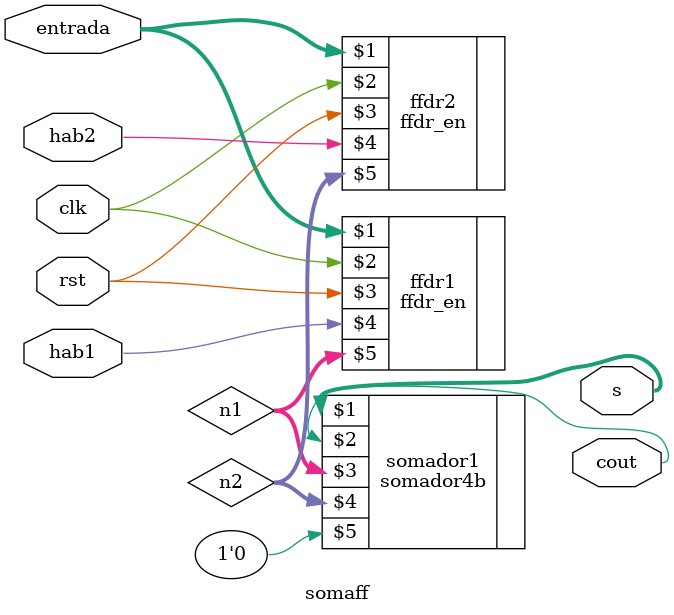
<source format=v>
module somaff (
    input [3:0] entrada,
    input hab1, hab2, clk, rst,
    output [3:0] s,
    output cout
);
    wire [3:0] n1, n2;
    ffdr_en ffdr1 (entrada, clk, rst, hab1, n1);
    ffdr_en ffdr2 (entrada, clk, rst, hab2, n2);

    somador4b somador1 (s, cout, n1, n2, 1'b0);
endmodule
</source>
